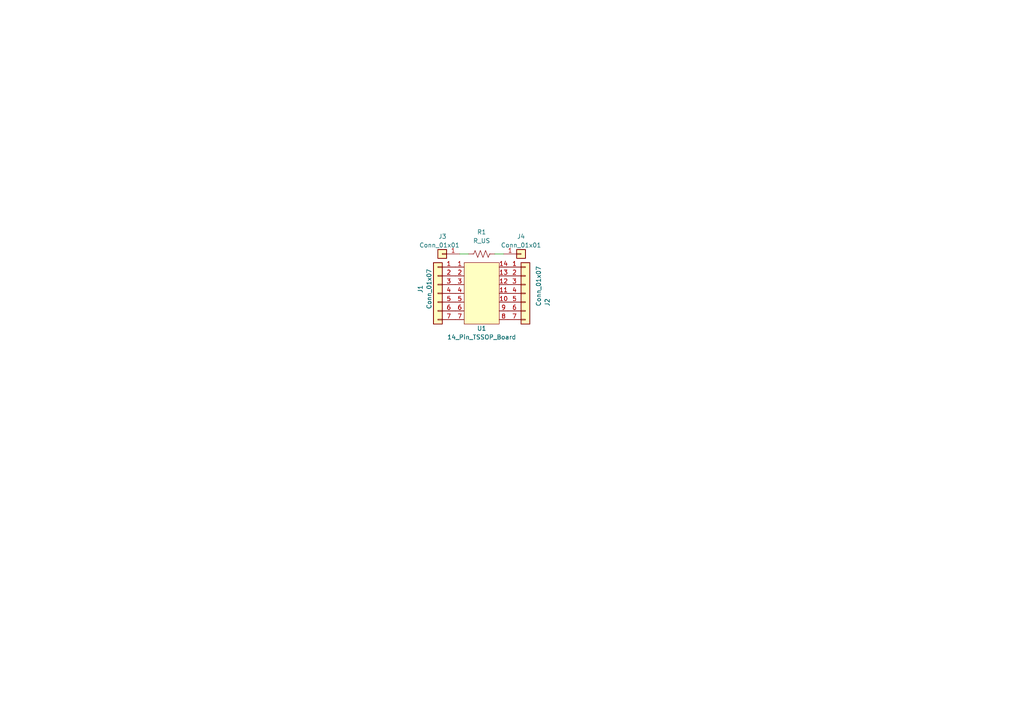
<source format=kicad_sch>
(kicad_sch (version 20211123) (generator eeschema)
  (paper "A4")
  (title_block (title "14 Pin Testing Board") (date "2023-04-12") (rev "0"))
  (lib_symbols
    (symbol "8_Pin_TSSOP_Board:14_Pin_TSSOP_Board"
      (property "Reference" "U" (at 0 -7.62 0))
      (property "Value" "14_Pin_TSSOP_Board" (at 0 12.7 0))
      (symbol "14_Pin_TSSOP_Board_0_1"
        (rectangle (start -5.08 11.43) (end 5.08 -6.35) (fill (type background)))
      )
      (symbol "14_Pin_TSSOP_Board_1_1"
        (pin unspecified line (at -7.62 10.16 0) (length 2.54) (name "") (number "1"))
        (pin unspecified line (at 7.62 0 180) (length 2.54) (name "") (number "10"))
        (pin unspecified line (at 7.62 2.54 180) (length 2.54) (name "") (number "11"))
        (pin unspecified line (at 7.62 5.08 180) (length 2.54) (name "") (number "12"))
        (pin unspecified line (at 7.62 7.62 180) (length 2.54) (name "") (number "13"))
        (pin unspecified line (at 7.62 10.16 180) (length 2.54) (name "") (number "14"))
        (pin unspecified line (at -7.62 7.62 0) (length 2.54) (name "") (number "2"))
        (pin unspecified line (at -7.62 5.08 0) (length 2.54) (name "") (number "3"))
        (pin unspecified line (at -7.62 2.54 0) (length 2.54) (name "") (number "4"))
        (pin unspecified line (at -7.62 0 0) (length 2.54) (name "") (number "5"))
        (pin unspecified line (at -7.62 -2.54 0) (length 2.54) (name "") (number "6"))
        (pin unspecified line (at -7.62 -5.08 0) (length 2.54) (name "") (number "7"))
        (pin unspecified line (at 7.62 -5.08 180) (length 2.54) (name "") (number "8"))
        (pin unspecified line (at 7.62 -2.54 180) (length 2.54) (name "") (number "9"))
      )
    )
    (symbol "Connector_Generic:Conn_01x01" (pin_names (offset 1.016) hide)
      (property "Reference" "J" (at 0 2.54 0))
      (property "Value" "Conn_01x01" (at 0 -2.54 0))
      (symbol "Conn_01x01_1_1"
        (rectangle (start -1.27 0.127) (end 0 -0.127) (stroke (width 0.1524)))
        (rectangle (start -1.27 1.27) (end 1.27 -1.27) (stroke (width 0.254)) (fill (type background)))
        (pin passive line (at -5.08 0 0) (length 3.81) (name "Pin_1") (number "1"))
      )
    )
    (symbol "Connector_Generic:Conn_01x07" (pin_names (offset 1.016) hide)
      (property "Reference" "J" (at 0 10.16 0))
      (property "Value" "Conn_01x07" (at 0 -10.16 0))
      (symbol "Conn_01x07_1_1"
        (rectangle (start -1.27 -7.493) (end 0 -7.747) (stroke (width 0.1524)))
        (rectangle (start -1.27 -4.953) (end 0 -5.207) (stroke (width 0.1524)))
        (rectangle (start -1.27 -2.413) (end 0 -2.667) (stroke (width 0.1524)))
        (rectangle (start -1.27 0.127) (end 0 -0.127) (stroke (width 0.1524)))
        (rectangle (start -1.27 2.667) (end 0 2.413) (stroke (width 0.1524)))
        (rectangle (start -1.27 5.207) (end 0 4.953) (stroke (width 0.1524)))
        (rectangle (start -1.27 7.747) (end 0 7.493) (stroke (width 0.1524)))
        (rectangle (start -1.27 8.89) (end 1.27 -8.89) (stroke (width 0.254)) (fill (type background)))
        (pin passive line (at -5.08 7.62 0) (length 3.81) (name "Pin_1") (number "1"))
        (pin passive line (at -5.08 5.08 0) (length 3.81) (name "Pin_2") (number "2"))
        (pin passive line (at -5.08 2.54 0) (length 3.81) (name "Pin_3") (number "3"))
        (pin passive line (at -5.08 0 0) (length 3.81) (name "Pin_4") (number "4"))
        (pin passive line (at -5.08 -2.54 0) (length 3.81) (name "Pin_5") (number "5"))
        (pin passive line (at -5.08 -5.08 0) (length 3.81) (name "Pin_6") (number "6"))
        (pin passive line (at -5.08 -7.62 0) (length 3.81) (name "Pin_7") (number "7"))
      )
    )
    (symbol "Device:R_US" (pin_numbers hide) (pin_names (offset 0))
      (property "Reference" "R" (at 2.54 0 90))
      (property "Value" "R_US" (at -2.54 0 90))
      (symbol "R_US_0_1"
        (polyline (pts (xy 0 -2.286) (xy 0 -2.54)))
        (polyline (pts (xy 0 2.286) (xy 0 2.54)))
        (polyline (pts (xy 0 -0.762) (xy 1.016 -1.143) (xy 0 -1.524) (xy -1.016 -1.905) (xy 0 -2.286)))
        (polyline (pts (xy 0 0.762) (xy 1.016 0.381) (xy 0 0) (xy -1.016 -0.381) (xy 0 -0.762)))
        (polyline (pts (xy 0 2.286) (xy 1.016 1.905) (xy 0 1.524) (xy -1.016 1.143) (xy 0 0.762)))
      )
      (symbol "R_US_1_1"
        (pin passive line (at 0 3.81 270) (length 1.27) (name "~") (number "1"))
        (pin passive line (at 0 -3.81 90) (length 1.27) (name "~") (number "2"))
      )
    )
  )
  (wire (pts (xy 133.35 73.66) (xy 135.89 73.66)))
  (wire (pts (xy 143.51 73.66) (xy 146.05 73.66)))
  (symbol (lib_id "Connector_Generic:Conn_01x01") (at 151.13 73.66 0) (unit 1)
    (property "Reference" "J4" (at 151.13 68.58 0))
    (property "Value" "Conn_01x01" (at 151.13 71.12 0))
    (property "Footprint" "Connector_PinSocket_2.54mm:PinSocket_1x01_P2.54mm_Vertical" (effects hide))
  )
  (symbol (lib_id "Connector_Generic:Conn_01x07") (at 127 85.09 0) (mirror y) (unit 1)
    (property "Reference" "J1" (at 121.92 83.82 90))
    (property "Value" "Conn_01x07" (at 124.46 83.82 90))
    (property "Footprint" "Connector_PinSocket_2.54mm:PinSocket_1x07_P2.54mm_Vertical" (effects hide))
  )
  (symbol (lib_id "Connector_Generic:Conn_01x01") (at 128.27 73.66 0) (mirror y) (unit 1)
    (property "Reference" "J3" (at 129.54 68.58 0) (effects (justify left)))
    (property "Value" "Conn_01x01" (at 133.35 71.12 0) (effects (justify left)))
    (property "Footprint" "Connector_PinSocket_2.54mm:PinSocket_1x01_P2.54mm_Vertical" (effects hide))
  )
  (symbol (lib_id "8_Pin_TSSOP_Board:14_Pin_TSSOP_Board") (at 139.7 87.63 0) (unit 1)
    (property "Reference" "U1" (at 139.7 95.25 0))
    (property "Value" "14_Pin_TSSOP_Board" (at 139.7 97.79 0))
    (property "Footprint" "TSSOP_Footprints:14_Pin_TSSOP_Board" (effects hide))
  )
  (symbol (lib_id "Connector_Generic:Conn_01x07") (at 152.4 85.09 0) (unit 1)
    (property "Reference" "J2" (at 158.75 88.9 90) (effects (justify left)))
    (property "Value" "Conn_01x07" (at 156.21 88.9 90) (effects (justify left)))
    (property "Footprint" "Connector_PinSocket_2.54mm:PinSocket_1x07_P2.54mm_Vertical" (effects hide))
  )
  (symbol (lib_id "Device:R_US") (at 139.7 73.66 270) (unit 1)
    (property "Reference" "R1" (at 139.7 67.31 90))
    (property "Value" "R_US" (at 139.7 69.85 90))
    (property "Footprint" "Resistor_SMD:R_0805_2012Metric" (effects hide))
  )
)
</source>
